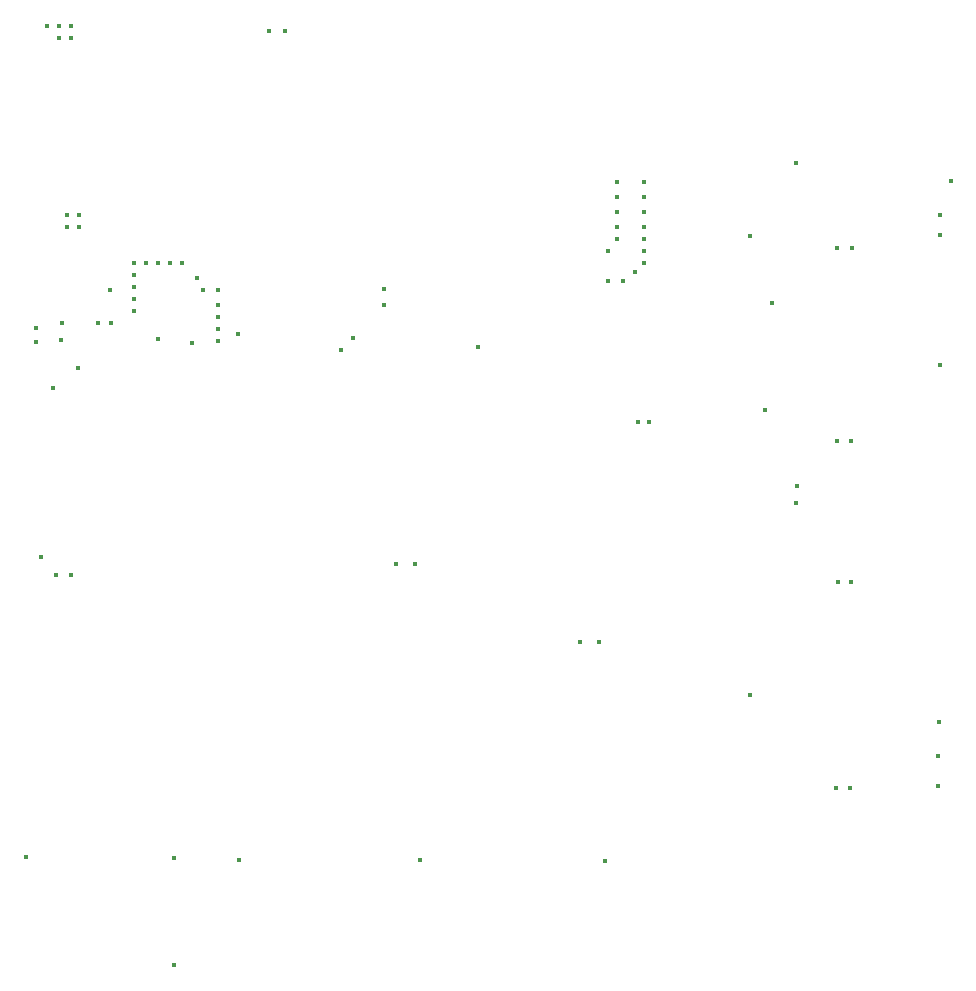
<source format=gbr>
%TF.GenerationSoftware,KiCad,Pcbnew,8.0.4*%
%TF.CreationDate,2024-10-07T12:30:45+07:00*%
%TF.ProjectId,System_Control,53797374-656d-45f4-936f-6e74726f6c2e,rev?*%
%TF.SameCoordinates,Original*%
%TF.FileFunction,Plated,1,2,Blind,Drill*%
%TF.FilePolarity,Positive*%
%FSLAX46Y46*%
G04 Gerber Fmt 4.6, Leading zero omitted, Abs format (unit mm)*
G04 Created by KiCad (PCBNEW 8.0.4) date 2024-10-07 12:30:45*
%MOMM*%
%LPD*%
G01*
G04 APERTURE LIST*
%TA.AperFunction,ViaDrill*%
%ADD10C,0.400000*%
%TD*%
G04 APERTURE END LIST*
D10*
X161347200Y-160594800D03*
X162217200Y-115738400D03*
X162217200Y-116932200D03*
X162668000Y-135144000D03*
X163176000Y-90186000D03*
X163658600Y-120894600D03*
X163938000Y-136668000D03*
X164192000Y-90186000D03*
X164192000Y-91227400D03*
X164344400Y-116805200D03*
X164395200Y-115382800D03*
X164852400Y-106188000D03*
X164852400Y-107204000D03*
X165208000Y-90186000D03*
X165208000Y-91202000D03*
X165208000Y-136668000D03*
X165766800Y-119167400D03*
X165868400Y-106188000D03*
X165868400Y-107204000D03*
X167443200Y-115357400D03*
X168449404Y-112595200D03*
X168560800Y-115382800D03*
X170542000Y-110252000D03*
X170542000Y-111268000D03*
X170542000Y-112284000D03*
X170542000Y-113300000D03*
X170542000Y-114316000D03*
X171558000Y-110252000D03*
X172538969Y-116738631D03*
X172574000Y-110252000D03*
X173590000Y-110252000D03*
X173869400Y-160645600D03*
X173869400Y-169713400D03*
X174606000Y-110252000D03*
X175393400Y-117084600D03*
X175876000Y-111522000D03*
X176384000Y-112538000D03*
X177654000Y-112538000D03*
X177654000Y-113808000D03*
X177654000Y-114824000D03*
X177654000Y-115840000D03*
X177654000Y-116856000D03*
X179330400Y-116322600D03*
X179381200Y-160823400D03*
X181972000Y-90592400D03*
X183318200Y-90592400D03*
X188068000Y-117618000D03*
X189084000Y-116602000D03*
X191725600Y-112436400D03*
X191725600Y-113808000D03*
X192716200Y-135753600D03*
X194291000Y-135753600D03*
X194697400Y-160848800D03*
X199675800Y-117414800D03*
X208286400Y-142383000D03*
X209861200Y-142383000D03*
X210394600Y-160874200D03*
X210674000Y-109236000D03*
X210674000Y-111776000D03*
X211436000Y-103394000D03*
X211436000Y-104664000D03*
X211436000Y-105934000D03*
X211436000Y-107204000D03*
X211436000Y-108220000D03*
X211944000Y-111776000D03*
X212960000Y-111014000D03*
X213214000Y-123739400D03*
X213722000Y-103394000D03*
X213722000Y-104664000D03*
X213722000Y-105934000D03*
X213722000Y-107204000D03*
X213722000Y-108220000D03*
X213722000Y-109236000D03*
X213722000Y-110252000D03*
X214128400Y-123739400D03*
X222637400Y-146847000D03*
X222688200Y-107991400D03*
X223925887Y-122735537D03*
X224542400Y-113681000D03*
X226549000Y-130616400D03*
X226556950Y-101810800D03*
X226650600Y-129156000D03*
X229978000Y-154752800D03*
X230028800Y-109032800D03*
X230079600Y-125339600D03*
X230130400Y-137303000D03*
X231171800Y-154752800D03*
X231248000Y-125365000D03*
X231248000Y-137303000D03*
X231273400Y-109032800D03*
X238590400Y-152009600D03*
X238630660Y-154549600D03*
X238716200Y-149139400D03*
X238766400Y-106188000D03*
X238766400Y-107934200D03*
X238766400Y-118938800D03*
X239680800Y-103317800D03*
M02*

</source>
